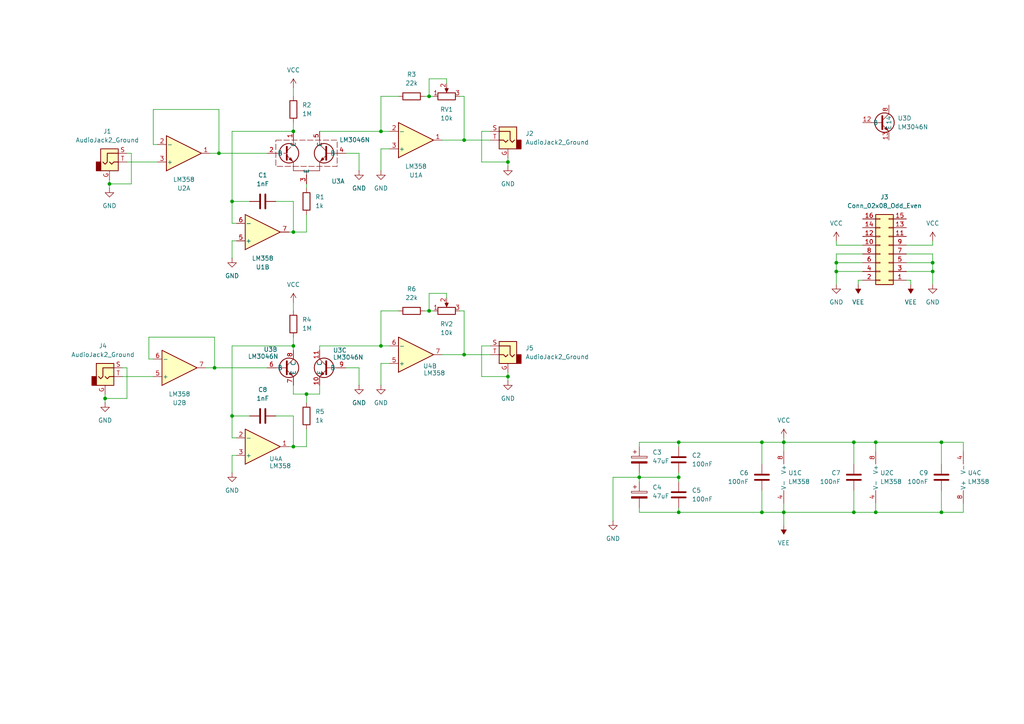
<source format=kicad_sch>
(kicad_sch (version 20250114) (generator "eeschema") (generator_version "9.0")
  (paper "A4")
  (lib_symbols
    (symbol "Amplifier_Operational:LM358" (pin_names (offset 0.127))
      (property "Reference" "U" (at 0 5.08 0))
      (property "Value" "LM358" (at 0 -5.08 0))
      (symbol "LM358_1_1"
        (polyline (pts (xy -5.08 5.08) (xy 5.08 0) (xy -5.08 -5.08) (xy -5.08 5.08)) (stroke (width 0.254)) (fill (type background)))
        (pin input line (at -7.62 2.54 0) (length 2.54) (name "+") (number "3"))
        (pin input line (at -7.62 -2.54 0) (length 2.54) (name "-") (number "2"))
        (pin output line (at 7.62 0 180) (length 2.54) (name "~") (number "1"))
      )
      (symbol "LM358_2_1"
        (polyline (pts (xy -5.08 5.08) (xy 5.08 0) (xy -5.08 -5.08) (xy -5.08 5.08)) (stroke (width 0.254)) (fill (type background)))
        (pin input line (at -7.62 2.54 0) (length 2.54) (name "+") (number "5"))
        (pin input line (at -7.62 -2.54 0) (length 2.54) (name "-") (number "6"))
        (pin output line (at 7.62 0 180) (length 2.54) (name "~") (number "7"))
      )
      (symbol "LM358_3_1"
        (pin power_in line (at -2.54 7.62 270) (length 3.81) (name "V+") (number "8"))
        (pin power_in line (at -2.54 -7.62 90) (length 3.81) (name "V-") (number "4"))
      )
    )
    (symbol "Connector_Audio:AudioJack2_Ground"
      (property "Reference" "J" (at 0 8.89 0))
      (property "Value" "AudioJack2_Ground" (at 0 6.35 0))
      (symbol "AudioJack2_Ground_0_1"
        (rectangle (start -2.54 -2.54) (end -3.81 0) (stroke (width 0.254)) (fill (type outline)))
        (polyline (pts (xy 0 0) (xy 0.635 -0.635) (xy 1.27 0) (xy 2.54 0)) (stroke (width 0.254)))
        (rectangle (start 2.54 3.81) (end -2.54 -2.54) (stroke (width 0.254)) (fill (type background)))
        (polyline (pts (xy 2.54 2.54) (xy -0.635 2.54) (xy -0.635 0) (xy -1.27 -0.635) (xy -1.905 0)) (stroke (width 0.254)))
      )
      (symbol "AudioJack2_Ground_1_1"
        (pin passive line (at 0 -5.08 90) (length 2.54) (name "~") (number "G"))
        (pin passive line (at 5.08 2.54 180) (length 2.54) (name "~") (number "S"))
        (pin passive line (at 5.08 0 180) (length 2.54) (name "~") (number "T"))
      )
    )
    (symbol "Connector_Generic:Conn_02x08_Odd_Even" (pin_names (offset 1.016) (hide yes))
      (property "Reference" "J" (at 1.27 10.16 0))
      (property "Value" "Conn_02x08_Odd_Even" (at 1.27 -12.7 0))
      (symbol "Conn_02x08_Odd_Even_1_1"
        (rectangle (start -1.27 8.89) (end 3.81 -11.43) (stroke (width 0.254)) (fill (type background)))
        (rectangle (start -1.27 7.747) (end 0 7.493) (stroke (width 0.1524)))
        (rectangle (start -1.27 5.207) (end 0 4.953) (stroke (width 0.1524)))
        (rectangle (start -1.27 2.667) (end 0 2.413) (stroke (width 0.1524)))
        (rectangle (start -1.27 0.127) (end 0 -0.127) (stroke (width 0.1524)))
        (rectangle (start -1.27 -2.413) (end 0 -2.667) (stroke (width 0.1524)))
        (rectangle (start -1.27 -4.953) (end 0 -5.207) (stroke (width 0.1524)))
        (rectangle (start -1.27 -7.493) (end 0 -7.747) (stroke (width 0.1524)))
        (rectangle (start -1.27 -10.033) (end 0 -10.287) (stroke (width 0.1524)))
        (rectangle (start 3.81 7.747) (end 2.54 7.493) (stroke (width 0.1524)))
        (rectangle (start 3.81 5.207) (end 2.54 4.953) (stroke (width 0.1524)))
        (rectangle (start 3.81 2.667) (end 2.54 2.413) (stroke (width 0.1524)))
        (rectangle (start 3.81 0.127) (end 2.54 -0.127) (stroke (width 0.1524)))
        (rectangle (start 3.81 -2.413) (end 2.54 -2.667) (stroke (width 0.1524)))
        (rectangle (start 3.81 -4.953) (end 2.54 -5.207) (stroke (width 0.1524)))
        (rectangle (start 3.81 -7.493) (end 2.54 -7.747) (stroke (width 0.1524)))
        (rectangle (start 3.81 -10.033) (end 2.54 -10.287) (stroke (width 0.1524)))
        (pin passive line (at -5.08 7.62 0) (length 3.81) (name "Pin_1") (number "1"))
        (pin passive line (at -5.08 5.08 0) (length 3.81) (name "Pin_3") (number "3"))
        (pin passive line (at -5.08 2.54 0) (length 3.81) (name "Pin_5") (number "5"))
        (pin passive line (at -5.08 0 0) (length 3.81) (name "Pin_7") (number "7"))
        (pin passive line (at -5.08 -2.54 0) (length 3.81) (name "Pin_9") (number "9"))
        (pin passive line (at -5.08 -5.08 0) (length 3.81) (name "Pin_11") (number "11"))
        (pin passive line (at -5.08 -7.62 0) (length 3.81) (name "Pin_13") (number "13"))
        (pin passive line (at -5.08 -10.16 0) (length 3.81) (name "Pin_15") (number "15"))
        (pin passive line (at 7.62 7.62 180) (length 3.81) (name "Pin_2") (number "2"))
        (pin passive line (at 7.62 5.08 180) (length 3.81) (name "Pin_4") (number "4"))
        (pin passive line (at 7.62 2.54 180) (length 3.81) (name "Pin_6") (number "6"))
        (pin passive line (at 7.62 0 180) (length 3.81) (name "Pin_8") (number "8"))
        (pin passive line (at 7.62 -2.54 180) (length 3.81) (name "Pin_10") (number "10"))
        (pin passive line (at 7.62 -5.08 180) (length 3.81) (name "Pin_12") (number "12"))
        (pin passive line (at 7.62 -7.62 180) (length 3.81) (name "Pin_14") (number "14"))
        (pin passive line (at 7.62 -10.16 180) (length 3.81) (name "Pin_16") (number "16"))
      )
    )
    (symbol "Device:C" (pin_numbers (hide yes)) (pin_names (offset 0.254))
      (property "Reference" "C" (at 0.635 2.54 0))
      (property "Value" "C" (at 0.635 -2.54 0))
      (symbol "C_0_1"
        (polyline (pts (xy -2.032 0.762) (xy 2.032 0.762)) (stroke (width 0.508)))
        (polyline (pts (xy -2.032 -0.762) (xy 2.032 -0.762)) (stroke (width 0.508)))
      )
      (symbol "C_1_1"
        (pin passive line (at 0 3.81 270) (length 2.794) (name "~") (number "1"))
        (pin passive line (at 0 -3.81 90) (length 2.794) (name "~") (number "2"))
      )
    )
    (symbol "Device:C_Polarized" (pin_numbers (hide yes)) (pin_names (offset 0.254))
      (property "Reference" "C" (at 0.635 2.54 0))
      (property "Value" "C_Polarized" (at 0.635 -2.54 0))
      (symbol "C_Polarized_0_1"
        (rectangle (start -2.286 0.508) (end 2.286 1.016))
        (polyline (pts (xy -1.778 2.286) (xy -0.762 2.286)))
        (polyline (pts (xy -1.27 2.794) (xy -1.27 1.778)))
        (rectangle (start 2.286 -0.508) (end -2.286 -1.016) (fill (type outline)))
      )
      (symbol "C_Polarized_1_1"
        (pin passive line (at 0 3.81 270) (length 2.794) (name "~") (number "1"))
        (pin passive line (at 0 -3.81 90) (length 2.794) (name "~") (number "2"))
      )
    )
    (symbol "Device:R" (pin_numbers (hide yes)) (pin_names (offset 0))
      (property "Reference" "R" (at 2.032 0 90))
      (property "Value" "R" (at 0 0 90))
      (symbol "R_0_1"
        (rectangle (start -1.016 -2.54) (end 1.016 2.54) (stroke (width 0.254)))
      )
      (symbol "R_1_1"
        (pin passive line (at 0 3.81 270) (length 1.27) (name "~") (number "1"))
        (pin passive line (at 0 -3.81 90) (length 1.27) (name "~") (number "2"))
      )
    )
    (symbol "Device:R_Potentiometer" (pin_names (offset 1.016) (hide yes))
      (property "Reference" "RV" (at -4.445 0 90))
      (property "Value" "R_Potentiometer" (at -2.54 0 90))
      (symbol "R_Potentiometer_0_1"
        (rectangle (start 1.016 2.54) (end -1.016 -2.54) (stroke (width 0.254)))
        (polyline (pts (xy 1.143 0) (xy 2.286 0.508) (xy 2.286 -0.508) (xy 1.143 0)) (fill (type outline)))
        (polyline (pts (xy 2.54 0) (xy 1.524 0)))
      )
      (symbol "R_Potentiometer_1_1"
        (pin passive line (at 0 3.81 270) (length 1.27) (name "1") (number "1"))
        (pin passive line (at 0 -3.81 90) (length 1.27) (name "3") (number "3"))
        (pin passive line (at 3.81 0 180) (length 1.27) (name "2") (number "2"))
      )
    )
    (symbol "exp-converter:LM3046N"
      (property "Reference" "U" (at 3.81 1.016 0))
      (property "Value" "LM3046N" (at 7.62 -1.27 0))
      (symbol "LM3046N_1_1"
        (rectangle (start -10.16 10.16) (end 7.62 2.54) (stroke (width 0) (type dash)))
        (polyline (pts (xy -10.16 6.35) (xy -6.985 6.35)))
        (polyline (pts (xy -6.985 8.255) (xy -6.985 4.445)) (stroke (width 0.508)))
        (polyline (pts (xy -6.985 6.985) (xy -5.08 8.89)))
        (polyline (pts (xy -6.985 5.715) (xy -5.08 3.81)))
        (circle (center -6.35 6.35) (radius 2.8194) (stroke (width 0.254)))
        (polyline (pts (xy -6.35 4.572) (xy -5.842 5.08) (xy -5.334 4.064) (xy -6.35 4.572)) (fill (type outline)))
        (polyline (pts (xy -5.08 8.89) (xy -5.08 10.16)))
        (polyline (pts (xy -5.08 1.27) (xy -5.08 3.81)))
        (polyline (pts (xy -5.08 1.27) (xy 2.54 1.27)))
        (polyline (pts (xy -1.27 1.27) (xy -1.27 0)))
        (polyline (pts (xy 2.54 8.89) (xy 2.54 10.16)))
        (polyline (pts (xy 2.54 1.27) (xy 2.54 3.81)))
        (circle (center 3.81 6.35) (radius 2.8194) (stroke (width 0.254)))
        (polyline (pts (xy 3.81 4.572) (xy 3.302 5.08) (xy 2.794 4.064) (xy 3.81 4.572)) (fill (type outline)))
        (polyline (pts (xy 4.445 8.255) (xy 4.445 4.445)) (stroke (width 0.508)))
        (polyline (pts (xy 4.445 6.985) (xy 2.54 8.89)))
        (polyline (pts (xy 4.445 5.715) (xy 2.54 3.81)))
        (polyline (pts (xy 7.62 6.35) (xy 4.445 6.35)))
        (pin input line (at -12.7 6.35 0) (length 2.54) (name "B") (number "2"))
        (pin passive line (at -5.08 12.7 270) (length 2.54) (name "C") (number "1"))
        (pin passive line (at -1.27 -2.54 90) (length 2.54) (name "E") (number "3"))
        (pin passive line (at 2.54 12.7 270) (length 2.54) (name "C") (number "5"))
        (pin input line (at 10.16 6.35 180) (length 2.54) (name "B") (number "4"))
      )
      (symbol "LM3046N_2_1"
        (polyline (pts (xy -3.81 0) (xy -0.635 0)))
        (polyline (pts (xy -0.635 1.905) (xy -0.635 -1.905)) (stroke (width 0.508)))
        (polyline (pts (xy -0.635 0.635) (xy 1.27 2.54)))
        (polyline (pts (xy -0.635 -0.635) (xy 1.27 -2.54)))
        (circle (center 0 0) (radius 2.8194) (stroke (width 0.254)))
        (polyline (pts (xy 0 -1.778) (xy 0.508 -1.27) (xy 1.016 -2.286) (xy 0 -1.778)) (fill (type outline)))
        (pin input line (at -6.35 0 0) (length 2.54) (name "B") (number "6"))
        (pin passive line (at 1.27 5.08 270) (length 2.54) (name "C") (number "8"))
        (pin passive line (at 1.27 -5.08 90) (length 2.54) (name "E") (number "7"))
      )
      (symbol "LM3046N_3_1"
        (polyline (pts (xy -3.81 0) (xy -0.635 0)))
        (polyline (pts (xy -0.635 1.905) (xy -0.635 -1.905)) (stroke (width 0.508)))
        (polyline (pts (xy -0.635 0.635) (xy 1.27 2.54)))
        (polyline (pts (xy -0.635 -0.635) (xy 1.27 -2.54)))
        (circle (center 0 0) (radius 2.8194) (stroke (width 0.254)))
        (polyline (pts (xy 0 -1.778) (xy 0.508 -1.27) (xy 1.016 -2.286) (xy 0 -1.778)) (fill (type outline)))
        (pin input line (at -6.35 0 0) (length 2.54) (name "B") (number "9"))
        (pin passive line (at 1.27 5.08 270) (length 2.54) (name "C") (number "11"))
        (pin passive line (at 1.27 -5.08 90) (length 2.54) (name "E") (number "10"))
      )
      (symbol "LM3046N_4_1"
        (polyline (pts (xy -3.81 0) (xy -0.635 0)))
        (polyline (pts (xy -0.635 1.905) (xy -0.635 -1.905)) (stroke (width 0.508)))
        (polyline (pts (xy -0.635 0.635) (xy 1.27 2.54)))
        (polyline (pts (xy -0.635 -0.635) (xy 1.27 -2.54)))
        (circle (center 0 0) (radius 2.8194) (stroke (width 0.254)))
        (polyline (pts (xy 0 -1.778) (xy 0.508 -1.27) (xy 1.016 -2.286) (xy 0 -1.778)) (fill (type outline)))
        (pin input line (at -6.35 0 0) (length 2.54) (name "B") (number "12"))
        (pin passive line (at 1.27 5.08 270) (length 2.54) (name "14") (number "8"))
        (pin passive line (at 1.27 -5.08 90) (length 2.54) (name "E") (number "13"))
      )
    )
    (symbol "power:GND" (power) (pin_numbers (hide yes)) (pin_names (offset 0) (hide yes))
      (property "Value" "GND" (at 0 -3.81 0))
      (symbol "GND_0_1"
        (polyline (pts (xy 0 0) (xy 0 -1.27) (xy 1.27 -1.27) (xy 0 -2.54) (xy -1.27 -1.27) (xy 0 -1.27)))
      )
      (symbol "GND_1_1"
        (pin power_in line (at 0 0 270) (length 0) (name "~") (number "1"))
      )
    )
    (symbol "power:VCC" (power) (pin_numbers (hide yes)) (pin_names (offset 0) (hide yes))
      (property "Value" "VCC" (at 0 3.556 0))
      (symbol "VCC_0_1"
        (polyline (pts (xy -0.762 1.27) (xy 0 2.54)))
        (polyline (pts (xy 0 2.54) (xy 0.762 1.27)))
        (polyline (pts (xy 0 0) (xy 0 2.54)))
      )
      (symbol "VCC_1_1"
        (pin power_in line (at 0 0 90) (length 0) (name "~") (number "1"))
      )
    )
    (symbol "power:VEE" (power) (pin_numbers (hide yes)) (pin_names (offset 0) (hide yes))
      (property "Value" "VEE" (at 0 3.556 0))
      (symbol "VEE_0_1"
        (polyline (pts (xy 0 0) (xy 0 2.54)))
        (polyline (pts (xy 0.762 1.27) (xy -0.762 1.27) (xy 0 2.54) (xy 0.762 1.27)) (fill (type outline)))
      )
      (symbol "VEE_1_1"
        (pin power_in line (at 0 0 90) (length 0) (name "~") (number "1"))
      )
    )
  )
  (junction (at 196.85 148.59))
  (junction (at 147.32 46.99))
  (junction (at 134.62 40.64))
  (junction (at 185.42 138.43))
  (junction (at 67.31 58.42))
  (junction (at 242.57 78.74))
  (junction (at 220.98 148.59))
  (junction (at 110.49 100.33))
  (junction (at 31.75 53.34))
  (junction (at 67.31 120.65))
  (junction (at 88.9 114.3))
  (junction (at 247.65 148.59))
  (junction (at 270.51 76.2))
  (junction (at 110.49 38.1))
  (junction (at 124.46 90.17))
  (junction (at 63.5 44.45))
  (junction (at 196.85 138.43))
  (junction (at 124.46 27.94))
  (junction (at 270.51 78.74))
  (junction (at 62.23 106.68))
  (junction (at 254 148.59))
  (junction (at 242.57 76.2))
  (junction (at 227.33 128.27))
  (junction (at 273.05 148.59))
  (junction (at 273.05 128.27))
  (junction (at 147.32 109.22))
  (junction (at 220.98 128.27))
  (junction (at 134.62 102.87))
  (junction (at 254 128.27))
  (junction (at 227.33 148.59))
  (junction (at 85.09 129.54))
  (junction (at 85.09 100.33))
  (junction (at 30.48 115.57))
  (junction (at 196.85 128.27))
  (junction (at 85.09 38.1))
  (junction (at 247.65 128.27))
  (junction (at 85.09 67.31))
  (wire (pts (xy 196.85 128.27) (xy 220.98 128.27)))
  (wire (pts (xy 67.31 132.08) (xy 67.31 137.16)))
  (wire (pts (xy 247.65 128.27) (xy 254 128.27)))
  (wire (pts (xy 129.54 85.09) (xy 124.46 85.09)))
  (wire (pts (xy 262.89 81.28) (xy 264.16 81.28)))
  (wire (pts (xy 85.09 67.31) (xy 83.82 67.31)))
  (wire (pts (xy 88.9 67.31) (xy 85.09 67.31)))
  (wire (pts (xy 92.71 111.76) (xy 92.71 114.3)))
  (wire (pts (xy 196.85 148.59) (xy 220.98 148.59)))
  (wire (pts (xy 177.8 151.13) (xy 177.8 138.43)))
  (wire (pts (xy 38.1 53.34) (xy 31.75 53.34)))
  (wire (pts (xy 44.45 31.75) (xy 63.5 31.75)))
  (wire (pts (xy 92.71 114.3) (xy 88.9 114.3)))
  (wire (pts (xy 250.19 76.2) (xy 242.57 76.2)))
  (wire (pts (xy 63.5 31.75) (xy 63.5 44.45)))
  (wire (pts (xy 113.03 38.1) (xy 110.49 38.1)))
  (wire (pts (xy 279.4 128.27) (xy 273.05 128.27)))
  (wire (pts (xy 68.58 127) (xy 67.31 127)))
  (wire (pts (xy 270.51 71.12) (xy 270.51 69.85)))
  (wire (pts (xy 67.31 120.65) (xy 72.39 120.65)))
  (wire (pts (xy 36.83 115.57) (xy 30.48 115.57)))
  (wire (pts (xy 139.7 109.22) (xy 147.32 109.22)))
  (wire (pts (xy 270.51 73.66) (xy 270.51 76.2)))
  (wire (pts (xy 30.48 115.57) (xy 30.48 114.3)))
  (wire (pts (xy 85.09 58.42) (xy 85.09 67.31)))
  (wire (pts (xy 133.35 27.94) (xy 134.62 27.94)))
  (wire (pts (xy 247.65 142.24) (xy 247.65 148.59)))
  (wire (pts (xy 242.57 78.74) (xy 250.19 78.74)))
  (wire (pts (xy 220.98 142.24) (xy 220.98 148.59)))
  (wire (pts (xy 80.01 120.65) (xy 85.09 120.65)))
  (wire (pts (xy 147.32 109.22) (xy 147.32 107.95)))
  (wire (pts (xy 270.51 76.2) (xy 270.51 78.74)))
  (wire (pts (xy 227.33 128.27) (xy 247.65 128.27)))
  (wire (pts (xy 85.09 100.33) (xy 85.09 101.6)))
  (wire (pts (xy 60.96 44.45) (xy 63.5 44.45)))
  (wire (pts (xy 113.03 43.18) (xy 110.49 43.18)))
  (wire (pts (xy 227.33 127) (xy 227.33 128.27)))
  (wire (pts (xy 36.83 106.68) (xy 36.83 115.57)))
  (wire (pts (xy 88.9 114.3) (xy 88.9 116.84)))
  (wire (pts (xy 30.48 115.57) (xy 30.48 116.84)))
  (wire (pts (xy 113.03 105.41) (xy 110.49 105.41)))
  (wire (pts (xy 220.98 128.27) (xy 227.33 128.27)))
  (wire (pts (xy 80.01 58.42) (xy 85.09 58.42)))
  (wire (pts (xy 35.56 106.68) (xy 36.83 106.68)))
  (wire (pts (xy 262.89 73.66) (xy 270.51 73.66)))
  (wire (pts (xy 115.57 27.94) (xy 110.49 27.94)))
  (wire (pts (xy 242.57 76.2) (xy 242.57 78.74)))
  (wire (pts (xy 104.14 106.68) (xy 100.33 106.68)))
  (wire (pts (xy 62.23 106.68) (xy 77.47 106.68)))
  (wire (pts (xy 142.24 38.1) (xy 139.7 38.1)))
  (wire (pts (xy 68.58 69.85) (xy 67.31 69.85)))
  (wire (pts (xy 254 148.59) (xy 247.65 148.59)))
  (wire (pts (xy 59.69 106.68) (xy 62.23 106.68)))
  (wire (pts (xy 185.42 138.43) (xy 196.85 138.43)))
  (wire (pts (xy 67.31 64.77) (xy 67.31 58.42)))
  (wire (pts (xy 36.83 44.45) (xy 38.1 44.45)))
  (wire (pts (xy 113.03 100.33) (xy 110.49 100.33)))
  (wire (pts (xy 124.46 22.86) (xy 124.46 27.94)))
  (wire (pts (xy 67.31 38.1) (xy 85.09 38.1)))
  (wire (pts (xy 124.46 85.09) (xy 124.46 90.17)))
  (wire (pts (xy 262.89 71.12) (xy 270.51 71.12)))
  (wire (pts (xy 250.19 73.66) (xy 242.57 73.66)))
  (wire (pts (xy 139.7 46.99) (xy 147.32 46.99)))
  (wire (pts (xy 273.05 128.27) (xy 254 128.27)))
  (wire (pts (xy 85.09 25.4) (xy 85.09 27.94)))
  (wire (pts (xy 273.05 148.59) (xy 279.4 148.59)))
  (wire (pts (xy 134.62 40.64) (xy 128.27 40.64)))
  (wire (pts (xy 133.35 90.17) (xy 134.62 90.17)))
  (wire (pts (xy 134.62 40.64) (xy 142.24 40.64)))
  (wire (pts (xy 110.49 43.18) (xy 110.49 49.53)))
  (wire (pts (xy 134.62 27.94) (xy 134.62 40.64)))
  (wire (pts (xy 104.14 44.45) (xy 100.33 44.45)))
  (wire (pts (xy 250.19 81.28) (xy 248.92 81.28)))
  (wire (pts (xy 185.42 138.43) (xy 185.42 139.7)))
  (wire (pts (xy 242.57 73.66) (xy 242.57 76.2)))
  (wire (pts (xy 242.57 71.12) (xy 242.57 69.85)))
  (wire (pts (xy 67.31 38.1) (xy 67.31 58.42)))
  (wire (pts (xy 129.54 22.86) (xy 124.46 22.86)))
  (wire (pts (xy 110.49 100.33) (xy 92.71 100.33)))
  (wire (pts (xy 123.19 27.94) (xy 124.46 27.94)))
  (wire (pts (xy 185.42 147.32) (xy 185.42 148.59)))
  (wire (pts (xy 254 130.81) (xy 254 128.27)))
  (wire (pts (xy 43.18 104.14) (xy 43.18 97.79)))
  (wire (pts (xy 63.5 44.45) (xy 77.47 44.45)))
  (wire (pts (xy 227.33 146.05) (xy 227.33 148.59)))
  (wire (pts (xy 124.46 27.94) (xy 125.73 27.94)))
  (wire (pts (xy 44.45 104.14) (xy 43.18 104.14)))
  (wire (pts (xy 196.85 138.43) (xy 196.85 139.7)))
  (wire (pts (xy 67.31 58.42) (xy 72.39 58.42)))
  (wire (pts (xy 110.49 105.41) (xy 110.49 111.76)))
  (wire (pts (xy 185.42 129.54) (xy 185.42 128.27)))
  (wire (pts (xy 36.83 46.99) (xy 45.72 46.99)))
  (wire (pts (xy 45.72 41.91) (xy 44.45 41.91)))
  (wire (pts (xy 67.31 69.85) (xy 67.31 74.93)))
  (wire (pts (xy 250.19 71.12) (xy 242.57 71.12)))
  (wire (pts (xy 38.1 44.45) (xy 38.1 53.34)))
  (wire (pts (xy 220.98 148.59) (xy 227.33 148.59)))
  (wire (pts (xy 88.9 124.46) (xy 88.9 129.54)))
  (wire (pts (xy 254 148.59) (xy 273.05 148.59)))
  (wire (pts (xy 123.19 90.17) (xy 124.46 90.17)))
  (wire (pts (xy 85.09 111.76) (xy 85.09 114.3)))
  (wire (pts (xy 185.42 137.16) (xy 185.42 138.43)))
  (wire (pts (xy 134.62 102.87) (xy 128.27 102.87)))
  (wire (pts (xy 67.31 127) (xy 67.31 120.65)))
  (wire (pts (xy 85.09 129.54) (xy 83.82 129.54)))
  (wire (pts (xy 185.42 148.59) (xy 196.85 148.59)))
  (wire (pts (xy 31.75 53.34) (xy 31.75 52.07)))
  (wire (pts (xy 104.14 106.68) (xy 104.14 111.76)))
  (wire (pts (xy 273.05 128.27) (xy 273.05 134.62)))
  (wire (pts (xy 85.09 120.65) (xy 85.09 129.54)))
  (wire (pts (xy 67.31 100.33) (xy 85.09 100.33)))
  (wire (pts (xy 124.46 90.17) (xy 125.73 90.17)))
  (wire (pts (xy 262.89 78.74) (xy 270.51 78.74)))
  (wire (pts (xy 31.75 53.34) (xy 31.75 54.61)))
  (wire (pts (xy 104.14 44.45) (xy 104.14 49.53)))
  (wire (pts (xy 129.54 22.86) (xy 129.54 24.13)))
  (wire (pts (xy 264.16 81.28) (xy 264.16 82.55)))
  (wire (pts (xy 227.33 128.27) (xy 227.33 130.81)))
  (wire (pts (xy 220.98 128.27) (xy 220.98 134.62)))
  (wire (pts (xy 88.9 62.23) (xy 88.9 67.31)))
  (wire (pts (xy 270.51 78.74) (xy 270.51 82.55)))
  (wire (pts (xy 279.4 146.05) (xy 279.4 148.59)))
  (wire (pts (xy 85.09 114.3) (xy 88.9 114.3)))
  (wire (pts (xy 85.09 87.63) (xy 85.09 90.17)))
  (wire (pts (xy 110.49 27.94) (xy 110.49 38.1)))
  (wire (pts (xy 88.9 129.54) (xy 85.09 129.54)))
  (wire (pts (xy 134.62 90.17) (xy 134.62 102.87)))
  (wire (pts (xy 68.58 132.08) (xy 67.31 132.08)))
  (wire (pts (xy 43.18 97.79) (xy 62.23 97.79)))
  (wire (pts (xy 196.85 147.32) (xy 196.85 148.59)))
  (wire (pts (xy 185.42 128.27) (xy 196.85 128.27)))
  (wire (pts (xy 147.32 46.99) (xy 147.32 48.26)))
  (wire (pts (xy 242.57 78.74) (xy 242.57 82.55)))
  (wire (pts (xy 129.54 85.09) (xy 129.54 86.36)))
  (wire (pts (xy 139.7 38.1) (xy 139.7 46.99)))
  (wire (pts (xy 110.49 90.17) (xy 110.49 100.33)))
  (wire (pts (xy 85.09 35.56) (xy 85.09 38.1)))
  (wire (pts (xy 88.9 53.34) (xy 88.9 54.61)))
  (wire (pts (xy 62.23 97.79) (xy 62.23 106.68)))
  (wire (pts (xy 147.32 109.22) (xy 147.32 110.49)))
  (wire (pts (xy 177.8 138.43) (xy 185.42 138.43)))
  (wire (pts (xy 247.65 148.59) (xy 227.33 148.59)))
  (wire (pts (xy 67.31 100.33) (xy 67.31 120.65)))
  (wire (pts (xy 92.71 100.33) (xy 92.71 101.6)))
  (wire (pts (xy 147.32 46.99) (xy 147.32 45.72)))
  (wire (pts (xy 44.45 41.91) (xy 44.45 31.75)))
  (wire (pts (xy 248.92 81.28) (xy 248.92 82.55)))
  (wire (pts (xy 254 146.05) (xy 254 148.59)))
  (wire (pts (xy 35.56 109.22) (xy 44.45 109.22)))
  (wire (pts (xy 85.09 97.79) (xy 85.09 100.33)))
  (wire (pts (xy 134.62 102.87) (xy 142.24 102.87)))
  (wire (pts (xy 139.7 100.33) (xy 139.7 109.22)))
  (wire (pts (xy 247.65 134.62) (xy 247.65 128.27)))
  (wire (pts (xy 273.05 142.24) (xy 273.05 148.59)))
  (wire (pts (xy 196.85 137.16) (xy 196.85 138.43)))
  (wire (pts (xy 115.57 90.17) (xy 110.49 90.17)))
  (wire (pts (xy 262.89 76.2) (xy 270.51 76.2)))
  (wire (pts (xy 279.4 130.81) (xy 279.4 128.27)))
  (wire (pts (xy 68.58 64.77) (xy 67.31 64.77)))
  (wire (pts (xy 142.24 100.33) (xy 139.7 100.33)))
  (wire (pts (xy 110.49 38.1) (xy 92.71 38.1)))
  (wire (pts (xy 227.33 148.59) (xy 227.33 152.4)))
  (wire (pts (xy 196.85 128.27) (xy 196.85 129.54)))
  (symbol (lib_id "Device:R_Potentiometer") (at 129.54 90.17 90) (unit 1)
    (property "Reference" "RV2" (at 129.54 93.98 90))
    (property "Value" "10k" (at 129.54 96.52 90))
    (property "Footprint" "Potentiometer_THT:Potentiometer_Runtron_RM-065_Vertical" (effects (hide yes)))
    (property "Description" "Potentiometer" (effects (hide yes)))
  )
  (symbol (lib_id "Device:C_Polarized") (at 185.42 143.51 0) (unit 1)
    (property "Reference" "C4" (at 189.23 141.3509 0) (effects (justify left)))
    (property "Value" "47uF" (at 189.23 143.8909 0) (effects (justify left)))
    (property "Footprint" "Capacitor_THT:CP_Radial_D10.0mm_P2.50mm_P5.00mm" (effects (hide yes)))
    (property "Description" "Polarized capacitor" (effects (hide yes)))
  )
  (symbol (lib_id "exp-converter:LM3046N") (at 93.98 106.68 0) (mirror y) (unit 3)
    (property "Reference" "U3" (at 100.584 101.6 0) (effects (justify left)))
    (property "Value" "LM3046N" (at 105.41 103.632 0) (effects (justify left)))
    (property "Footprint" "Package_DIP:DIP-14_W7.62mm_Socket" (effects (hide yes)))
  )
  (symbol (lib_id "Connector_Audio:AudioJack2_Ground") (at 31.75 46.99 0) (unit 1)
    (property "Reference" "J1" (at 31.115 38.1 0))
    (property "Value" "AudioJack2_Ground" (at 31.115 40.64 0))
    (property "Footprint" "00_exp-converter:Jack_3.5mm_PJ-341-2_Vertical" (effects (hide yes)))
    (property "Description" "Audio Jack, 2 Poles (Mono / TS), Grounded Sleeve" (effects (hide yes)))
  )
  (symbol (lib_id "power:GND") (at 242.57 82.55 0) (unit 1)
    (property "Reference" "#PWR011" (effects (hide yes)))
    (property "Value" "GND" (at 242.57 87.63 0))
    (property "Description" "Power symbol creates a global label with name \"GND\" , ground" (effects (hide yes)))
  )
  (symbol (lib_id "Amplifier_Operational:LM358") (at 256.54 138.43 0) (unit 3)
    (property "Reference" "U2" (at 255.27 137.1599 0) (effects (justify left)))
    (property "Value" "LM358" (at 255.27 139.6999 0) (effects (justify left)))
    (property "Footprint" "Package_DIP:DIP-8_W7.62mm_Socket" (effects (hide yes)))
    (property "Datasheet" "http://www.ti.com/lit/ds/symlink/lm2904-n.pdf" (effects (hide yes)))
    (property "Description" "Low-Power, Dual Operational Amplifiers, DIP-8/SOIC-8/TO-99-8" (effects (hide yes)))
  )
  (symbol (lib_id "power:GND") (at 147.32 110.49 0) (unit 1)
    (property "Reference" "#PWR021" (effects (hide yes)))
    (property "Value" "GND" (at 147.32 115.57 0))
    (property "Description" "Power symbol creates a global label with name \"GND\" , ground" (effects (hide yes)))
  )
  (symbol (lib_id "Device:C") (at 247.65 138.43 0) (mirror y) (unit 1)
    (property "Reference" "C7" (at 243.84 137.1599 0) (effects (justify left)))
    (property "Value" "100nF" (at 243.84 139.6999 0) (effects (justify left)))
    (property "Footprint" "Capacitor_THT:C_Disc_D5.0mm_W2.5mm_P5.00mm" (effects (hide yes)))
    (property "Description" "Unpolarized capacitor" (effects (hide yes)))
  )
  (symbol (lib_id "power:VCC") (at 227.33 127 0) (unit 1)
    (property "Reference" "#PWR02" (effects (hide yes)))
    (property "Value" "VCC" (at 227.33 121.92 0))
    (property "Description" "Power symbol creates a global label with name \"VCC\"" (effects (hide yes)))
  )
  (symbol (lib_id "Device:R") (at 88.9 58.42 0) (unit 1)
    (property "Reference" "R1" (at 91.44 57.1499 0) (effects (justify left)))
    (property "Value" "1k" (at 91.44 59.6899 0) (effects (justify left)))
    (property "Footprint" "00_exp-converter:R_Axial_DIN0207_L6.3mm_D2.5mm_P7.62mm_Horizontal" (effects (hide yes)))
    (property "Description" "Resistor" (effects (hide yes)))
  )
  (symbol (lib_id "Device:R") (at 88.9 120.65 0) (unit 1)
    (property "Reference" "R5" (at 91.44 119.3799 0) (effects (justify left)))
    (property "Value" "1k" (at 91.44 121.9199 0) (effects (justify left)))
    (property "Footprint" "00_exp-converter:R_Axial_DIN0207_L6.3mm_D2.5mm_P7.62mm_Horizontal" (effects (hide yes)))
    (property "Description" "Resistor" (effects (hide yes)))
  )
  (symbol (lib_id "Device:C") (at 273.05 138.43 0) (mirror y) (unit 1)
    (property "Reference" "C9" (at 269.24 137.1599 0) (effects (justify left)))
    (property "Value" "100nF" (at 269.24 139.6999 0) (effects (justify left)))
    (property "Footprint" "Capacitor_THT:C_Disc_D5.0mm_W2.5mm_P5.00mm" (effects (hide yes)))
    (property "Description" "Unpolarized capacitor" (effects (hide yes)))
  )
  (symbol (lib_id "Connector_Audio:AudioJack2_Ground") (at 30.48 109.22 0) (unit 1)
    (property "Reference" "J4" (at 29.845 100.33 0))
    (property "Value" "AudioJack2_Ground" (at 29.845 102.87 0))
    (property "Footprint" "00_exp-converter:Jack_3.5mm_PJ-341-2_Vertical" (effects (hide yes)))
    (property "Description" "Audio Jack, 2 Poles (Mono / TS), Grounded Sleeve" (effects (hide yes)))
  )
  (symbol (lib_id "Connector_Generic:Conn_02x08_Odd_Even") (at 257.81 73.66 180) (unit 1)
    (property "Reference" "J3" (at 256.54 57.15 0))
    (property "Value" "Conn_02x08_Odd_Even" (at 256.54 59.69 0))
    (property "Footprint" "Connector_IDC:IDC-Header_2x08_P2.54mm_Vertical" (effects (hide yes)))
    (property "Description" "Generic connector, double row, 02x08, odd/even pin numbering scheme (row 1 odd numbers, row 2 even numbers), script generated (kicad-library-utils/schlib/autogen/connector/)" (effects (hide yes)))
  )
  (symbol (lib_id "power:GND") (at 67.31 137.16 0) (unit 1)
    (property "Reference" "#PWR017" (effects (hide yes)))
    (property "Value" "GND" (at 67.31 142.24 0))
    (property "Description" "Power symbol creates a global label with name \"GND\" , ground" (effects (hide yes)))
  )
  (symbol (lib_id "power:GND") (at 177.8 151.13 0) (unit 1)
    (property "Reference" "#PWR09" (effects (hide yes)))
    (property "Value" "GND" (at 177.8 156.21 0))
    (property "Description" "Power symbol creates a global label with name \"GND\" , ground" (effects (hide yes)))
  )
  (symbol (lib_id "Amplifier_Operational:LM358") (at 76.2 67.31 0) (mirror x) (unit 2)
    (property "Reference" "U1" (at 76.2 77.47 0))
    (property "Value" "LM358" (at 76.2 74.93 0))
    (property "Footprint" "Package_DIP:DIP-8_W7.62mm_Socket" (effects (hide yes)))
    (property "Datasheet" "http://www.ti.com/lit/ds/symlink/lm2904-n.pdf" (effects (hide yes)))
    (property "Description" "Low-Power, Dual Operational Amplifiers, DIP-8/SOIC-8/TO-99-8" (effects (hide yes)))
  )
  (symbol (lib_id "Amplifier_Operational:LM358") (at 52.07 106.68 0) (mirror x) (unit 2)
    (property "Reference" "U2" (at 52.07 116.84 0))
    (property "Value" "LM358" (at 52.07 114.3 0))
    (property "Footprint" "Package_DIP:DIP-8_W7.62mm_Socket" (effects (hide yes)))
    (property "Datasheet" "http://www.ti.com/lit/ds/symlink/lm2904-n.pdf" (effects (hide yes)))
    (property "Description" "Low-Power, Dual Operational Amplifiers, DIP-8/SOIC-8/TO-99-8" (effects (hide yes)))
  )
  (symbol (lib_id "Amplifier_Operational:LM358") (at 76.2 129.54 0) (mirror x) (unit 1)
    (property "Reference" "U4" (at 80.01 133.096 0))
    (property "Value" "LM358" (at 81.28 135.128 0))
    (property "Footprint" "Package_DIP:DIP-8_W7.62mm_Socket" (effects (hide yes)))
    (property "Datasheet" "http://www.ti.com/lit/ds/symlink/lm2904-n.pdf" (effects (hide yes)))
    (property "Description" "Low-Power, Dual Operational Amplifiers, DIP-8/SOIC-8/TO-99-8" (effects (hide yes)))
  )
  (symbol (lib_id "power:VEE") (at 264.16 82.55 180) (unit 1)
    (property "Reference" "#PWR012" (effects (hide yes)))
    (property "Value" "VEE" (at 264.16 87.63 0))
    (property "Description" "Power symbol creates a global label with name \"VEE\"" (effects (hide yes)))
  )
  (symbol (lib_id "power:GND") (at 31.75 54.61 0) (unit 1)
    (property "Reference" "#PWR07" (effects (hide yes)))
    (property "Value" "GND" (at 31.75 59.69 0))
    (property "Description" "Power symbol creates a global label with name \"GND\" , ground" (effects (hide yes)))
  )
  (symbol (lib_id "Device:C") (at 76.2 120.65 270) (unit 1)
    (property "Reference" "C8" (at 76.2 113.03 90))
    (property "Value" "1nF" (at 76.2 115.57 90))
    (property "Footprint" "Capacitor_THT:C_Disc_D5.0mm_W2.5mm_P5.00mm" (effects (hide yes)))
    (property "Description" "Unpolarized capacitor" (effects (hide yes)))
  )
  (symbol (lib_id "exp-converter:LM3046N") (at 83.82 106.68 0) (unit 2)
    (property "Reference" "U3" (at 76.454 101.346 0) (effects (justify left)))
    (property "Value" "LM3046N" (at 71.882 103.378 0) (effects (justify left)))
    (property "Footprint" "Package_DIP:DIP-14_W7.62mm_Socket" (effects (hide yes)))
  )
  (symbol (lib_id "power:GND") (at 30.48 116.84 0) (unit 1)
    (property "Reference" "#PWR016" (effects (hide yes)))
    (property "Value" "GND" (at 30.48 121.92 0))
    (property "Description" "Power symbol creates a global label with name \"GND\" , ground" (effects (hide yes)))
  )
  (symbol (lib_id "Device:C") (at 196.85 133.35 0) (unit 1)
    (property "Reference" "C2" (at 200.66 132.0799 0) (effects (justify left)))
    (property "Value" "100nF" (at 200.66 134.6199 0) (effects (justify left)))
    (property "Footprint" "Capacitor_THT:C_Disc_D5.0mm_W2.5mm_P5.00mm" (effects (hide yes)))
    (property "Description" "Unpolarized capacitor" (effects (hide yes)))
  )
  (symbol (lib_id "Amplifier_Operational:LM358") (at 120.65 40.64 0) (mirror x) (unit 1)
    (property "Reference" "U1" (at 120.65 50.8 0))
    (property "Value" "LM358" (at 120.65 48.26 0))
    (property "Footprint" "Package_DIP:DIP-8_W7.62mm_Socket" (effects (hide yes)))
    (property "Datasheet" "http://www.ti.com/lit/ds/symlink/lm2904-n.pdf" (effects (hide yes)))
    (property "Description" "Low-Power, Dual Operational Amplifiers, DIP-8/SOIC-8/TO-99-8" (effects (hide yes)))
  )
  (symbol (lib_id "power:GND") (at 270.51 82.55 0) (unit 1)
    (property "Reference" "#PWR010" (effects (hide yes)))
    (property "Value" "GND" (at 270.51 87.63 0))
    (property "Description" "Power symbol creates a global label with name \"GND\" , ground" (effects (hide yes)))
  )
  (symbol (lib_id "Device:R") (at 85.09 31.75 0) (unit 1)
    (property "Reference" "R2" (at 87.63 30.4799 0) (effects (justify left)))
    (property "Value" "1M" (at 87.63 33.0199 0) (effects (justify left)))
    (property "Footprint" "00_exp-converter:R_Axial_DIN0207_L6.3mm_D2.5mm_P7.62mm_Horizontal" (effects (hide yes)))
    (property "Description" "Resistor" (effects (hide yes)))
  )
  (symbol (lib_id "power:VEE") (at 227.33 152.4 180) (unit 1)
    (property "Reference" "#PWR04" (effects (hide yes)))
    (property "Value" "VEE" (at 227.33 157.48 0))
    (property "Description" "Power symbol creates a global label with name \"VEE\"" (effects (hide yes)))
  )
  (symbol (lib_id "Connector_Audio:AudioJack2_Ground") (at 147.32 40.64 0) (mirror y) (unit 1)
    (property "Reference" "J2" (at 152.4 38.7349 0) (effects (justify right)))
    (property "Value" "AudioJack2_Ground" (at 152.4 41.2749 0) (effects (justify right)))
    (property "Footprint" "00_exp-converter:Jack_3.5mm_PJ-341-2_Vertical" (effects (hide yes)))
    (property "Description" "Audio Jack, 2 Poles (Mono / TS), Grounded Sleeve" (effects (hide yes)))
  )
  (symbol (lib_id "power:VCC") (at 85.09 87.63 0) (unit 1)
    (property "Reference" "#PWR018" (effects (hide yes)))
    (property "Value" "VCC" (at 85.09 82.55 0))
    (property "Description" "Power symbol creates a global label with name \"VCC\"" (effects (hide yes)))
  )
  (symbol (lib_id "exp-converter:LM3046N") (at 90.17 50.8 0) (unit 1)
    (property "Reference" "U3" (at 98.044 52.578 0))
    (property "Value" "LM3046N" (at 102.87 40.5698 0))
    (property "Footprint" "Package_DIP:DIP-14_W7.62mm_Socket" (effects (hide yes)))
  )
  (symbol (lib_id "Connector_Audio:AudioJack2_Ground") (at 147.32 102.87 0) (mirror y) (unit 1)
    (property "Reference" "J5" (at 152.4 100.9649 0) (effects (justify right)))
    (property "Value" "AudioJack2_Ground" (at 152.4 103.5049 0) (effects (justify right)))
    (property "Footprint" "00_exp-converter:Jack_3.5mm_PJ-341-2_Vertical" (effects (hide yes)))
    (property "Description" "Audio Jack, 2 Poles (Mono / TS), Grounded Sleeve" (effects (hide yes)))
  )
  (symbol (lib_id "Device:R") (at 85.09 93.98 0) (unit 1)
    (property "Reference" "R4" (at 87.63 92.7099 0) (effects (justify left)))
    (property "Value" "1M" (at 87.63 95.2499 0) (effects (justify left)))
    (property "Footprint" "00_exp-converter:R_Axial_DIN0207_L6.3mm_D2.5mm_P7.62mm_Horizontal" (effects (hide yes)))
    (property "Description" "Resistor" (effects (hide yes)))
  )
  (symbol (lib_id "power:VCC") (at 242.57 69.85 0) (unit 1)
    (property "Reference" "#PWR015" (effects (hide yes)))
    (property "Value" "VCC" (at 242.57 64.77 0))
    (property "Description" "Power symbol creates a global label with name \"VCC\"" (effects (hide yes)))
  )
  (symbol (lib_id "power:GND") (at 67.31 74.93 0) (unit 1)
    (property "Reference" "#PWR05" (effects (hide yes)))
    (property "Value" "GND" (at 67.31 80.01 0))
    (property "Description" "Power symbol creates a global label with name \"GND\" , ground" (effects (hide yes)))
  )
  (symbol (lib_id "power:VEE") (at 248.92 82.55 180) (unit 1)
    (property "Reference" "#PWR013" (effects (hide yes)))
    (property "Value" "VEE" (at 248.92 87.63 0))
    (property "Description" "Power symbol creates a global label with name \"VEE\"" (effects (hide yes)))
  )
  (symbol (lib_id "Amplifier_Operational:LM358") (at 120.65 102.87 0) (mirror x) (unit 2)
    (property "Reference" "U4" (at 124.714 106.172 0))
    (property "Value" "LM358" (at 125.984 108.204 0))
    (property "Footprint" "Package_DIP:DIP-8_W7.62mm_Socket" (effects (hide yes)))
    (property "Datasheet" "http://www.ti.com/lit/ds/symlink/lm2904-n.pdf" (effects (hide yes)))
    (property "Description" "Low-Power, Dual Operational Amplifiers, DIP-8/SOIC-8/TO-99-8" (effects (hide yes)))
  )
  (symbol (lib_id "power:GND") (at 104.14 111.76 0) (unit 1)
    (property "Reference" "#PWR019" (effects (hide yes)))
    (property "Value" "GND" (at 104.14 116.84 0))
    (property "Description" "Power symbol creates a global label with name \"GND\" , ground" (effects (hide yes)))
  )
  (symbol (lib_id "power:GND") (at 110.49 49.53 0) (unit 1)
    (property "Reference" "#PWR06" (effects (hide yes)))
    (property "Value" "GND" (at 110.49 54.61 0))
    (property "Description" "Power symbol creates a global label with name \"GND\" , ground" (effects (hide yes)))
  )
  (symbol (lib_id "Device:C") (at 196.85 143.51 0) (unit 1)
    (property "Reference" "C5" (at 200.66 142.2399 0) (effects (justify left)))
    (property "Value" "100nF" (at 200.66 144.7799 0) (effects (justify left)))
    (property "Footprint" "Capacitor_THT:C_Disc_D5.0mm_W2.5mm_P5.00mm" (effects (hide yes)))
    (property "Description" "Unpolarized capacitor" (effects (hide yes)))
  )
  (symbol (lib_id "Device:R") (at 119.38 27.94 90) (unit 1)
    (property "Reference" "R3" (at 119.38 21.59 90))
    (property "Value" "22k" (at 119.38 24.13 90))
    (property "Footprint" "00_exp-converter:R_Axial_DIN0207_L6.3mm_D2.5mm_P7.62mm_Horizontal" (effects (hide yes)))
    (property "Description" "Resistor" (effects (hide yes)))
  )
  (symbol (lib_id "power:GND") (at 147.32 48.26 0) (unit 1)
    (property "Reference" "#PWR08" (effects (hide yes)))
    (property "Value" "GND" (at 147.32 53.34 0))
    (property "Description" "Power symbol creates a global label with name \"GND\" , ground" (effects (hide yes)))
  )
  (symbol (lib_id "Device:C") (at 220.98 138.43 0) (mirror y) (unit 1)
    (property "Reference" "C6" (at 217.17 137.1599 0) (effects (justify left)))
    (property "Value" "100nF" (at 217.17 139.6999 0) (effects (justify left)))
    (property "Footprint" "Capacitor_THT:C_Disc_D5.0mm_W2.5mm_P5.00mm" (effects (hide yes)))
    (property "Description" "Unpolarized capacitor" (effects (hide yes)))
  )
  (symbol (lib_id "Device:R") (at 119.38 90.17 90) (unit 1)
    (property "Reference" "R6" (at 119.38 83.82 90))
    (property "Value" "22k" (at 119.38 86.36 90))
    (property "Footprint" "00_exp-converter:R_Axial_DIN0207_L6.3mm_D2.5mm_P7.62mm_Horizontal" (effects (hide yes)))
    (property "Description" "Resistor" (effects (hide yes)))
  )
  (symbol (lib_id "power:VCC") (at 85.09 25.4 0) (unit 1)
    (property "Reference" "#PWR01" (effects (hide yes)))
    (property "Value" "VCC" (at 85.09 20.32 0))
    (property "Description" "Power symbol creates a global label with name \"VCC\"" (effects (hide yes)))
  )
  (symbol (lib_id "Device:R_Potentiometer") (at 129.54 27.94 90) (unit 1)
    (property "Reference" "RV1" (at 129.54 31.75 90))
    (property "Value" "10k" (at 129.54 34.29 90))
    (property "Footprint" "Potentiometer_THT:Potentiometer_Runtron_RM-065_Vertical" (effects (hide yes)))
    (property "Description" "Potentiometer" (effects (hide yes)))
  )
  (symbol (lib_id "Amplifier_Operational:LM358") (at 229.87 138.43 0) (unit 3)
    (property "Reference" "U1" (at 228.6 137.1599 0) (effects (justify left)))
    (property "Value" "LM358" (at 228.6 139.6999 0) (effects (justify left)))
    (property "Footprint" "Package_DIP:DIP-8_W7.62mm_Socket" (effects (hide yes)))
    (property "Datasheet" "http://www.ti.com/lit/ds/symlink/lm2904-n.pdf" (effects (hide yes)))
    (property "Description" "Low-Power, Dual Operational Amplifiers, DIP-8/SOIC-8/TO-99-8" (effects (hide yes)))
  )
  (symbol (lib_id "Device:C_Polarized") (at 185.42 133.35 0) (unit 1)
    (property "Reference" "C3" (at 189.23 131.1909 0) (effects (justify left)))
    (property "Value" "47uF" (at 189.23 133.7309 0) (effects (justify left)))
    (property "Footprint" "Capacitor_THT:CP_Radial_D10.0mm_P2.50mm_P5.00mm" (effects (hide yes)))
    (property "Description" "Polarized capacitor" (effects (hide yes)))
  )
  (symbol (lib_id "power:GND") (at 110.49 111.76 0) (unit 1)
    (property "Reference" "#PWR020" (effects (hide yes)))
    (property "Value" "GND" (at 110.49 116.84 0))
    (property "Description" "Power symbol creates a global label with name \"GND\" , ground" (effects (hide yes)))
  )
  (symbol (lib_id "power:VCC") (at 270.51 69.85 0) (unit 1)
    (property "Reference" "#PWR014" (effects (hide yes)))
    (property "Value" "VCC" (at 270.51 64.77 0))
    (property "Description" "Power symbol creates a global label with name \"VCC\"" (effects (hide yes)))
  )
  (symbol (lib_id "Amplifier_Operational:LM358") (at 53.34 44.45 0) (mirror x) (unit 1)
    (property "Reference" "U2" (at 53.34 54.61 0))
    (property "Value" "LM358" (at 53.34 52.07 0))
    (property "Footprint" "Package_DIP:DIP-8_W7.62mm_Socket" (effects (hide yes)))
    (property "Datasheet" "http://www.ti.com/lit/ds/symlink/lm2904-n.pdf" (effects (hide yes)))
    (property "Description" "Low-Power, Dual Operational Amplifiers, DIP-8/SOIC-8/TO-99-8" (effects (hide yes)))
  )
  (symbol (lib_id "Device:C") (at 76.2 58.42 270) (unit 1)
    (property "Reference" "C1" (at 76.2 50.8 90))
    (property "Value" "1nF" (at 76.2 53.34 90))
    (property "Footprint" "Capacitor_THT:C_Disc_D5.0mm_W2.5mm_P5.00mm" (effects (hide yes)))
    (property "Description" "Unpolarized capacitor" (effects (hide yes)))
  )
  (symbol (lib_id "exp-converter:LM3046N") (at 256.54 35.56 0) (unit 4)
    (property "Reference" "U3" (at 260.35 34.2899 0) (effects (justify left)))
    (property "Value" "LM3046N" (at 260.35 36.8299 0) (effects (justify left)))
    (property "Footprint" "Package_DIP:DIP-14_W7.62mm_Socket" (effects (hide yes)))
  )
  (symbol (lib_id "power:GND") (at 104.14 49.53 0) (unit 1)
    (property "Reference" "#PWR03" (effects (hide yes)))
    (property "Value" "GND" (at 104.14 54.61 0))
    (property "Description" "Power symbol creates a global label with name \"GND\" , ground" (effects (hide yes)))
  )
  (symbol (lib_id "Amplifier_Operational:LM358") (at 276.86 138.43 180) (unit 3)
    (property "Reference" "U4" (at 280.67 137.1599 0) (effects (justify right)))
    (property "Value" "LM358" (at 280.67 139.6999 0) (effects (justify right)))
    (property "Footprint" "Package_DIP:DIP-8_W7.62mm_Socket" (effects (hide yes)))
    (property "Datasheet" "http://www.ti.com/lit/ds/symlink/lm2904-n.pdf" (effects (hide yes)))
    (property "Description" "Low-Power, Dual Operational Amplifiers, DIP-8/SOIC-8/TO-99-8" (effects (hide yes)))
  )
)
</source>
